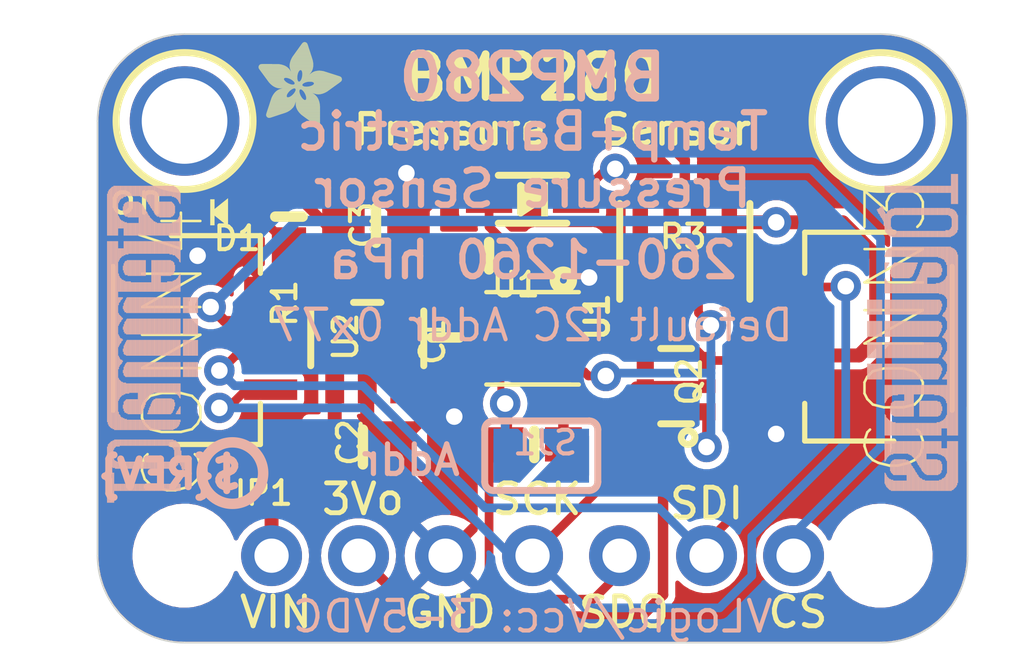
<source format=kicad_pcb>
(kicad_pcb (version 20221018) (generator pcbnew)
  (layers (0 "F.Cu" signal) (31 "B.Cu" signal) (34 "B.Paste" user) (35 "F.Paste" user) (36 "B.SilkS" user "B.Silkscreen") (37 "F.SilkS" user "F.Silkscreen") (38 "B.Mask" user) (39 "F.Mask" user) (44 "Edge.Cuts" user))
  (net 0 "")
  (net 1 "GND")
  (net 2 "3.3V")
  (net 3 "VCC")
  (net 4 "N$1")
  (net 5 "SDI_3V")
  (net 6 "SCK_3V")
  (net 7 "CS_3V")
  (net 8 "SDO/ADR")
  (net 9 "SDI/SDA")
  (net 10 "SCK/SCL")
  (net 11 "CS")
  (footprint "working:SOT23-5" (layer "F.Cu") (at 143.6751 105.0036)
    (fp_text reference "U2" (at -0.635 -0.816 90) (layer "F.SilkS") (effects (font (size 0.692831 0.692831) (thickness 0.119969)) (justify right)))
    (fp_text value "AP2112K-3.3")
    (pad "1" smd rect (at -0.95 1.3001) (size 0.55 1.2) (layers "F.Cu" "F.Paste" "F.Mask") (net 3 "VCC"))
    (pad "2" smd rect (at 0 1.3001) (size 0.55 1.2) (layers "F.Cu" "F.Paste" "F.Mask") (net 1 "GND"))
    (pad "3" smd rect (at 0.95 1.3001) (size 0.55 1.2) (layers "F.Cu" "F.Paste" "F.Mask") (net 3 "VCC"))
    (pad "4" smd rect (at 0.95 -1.3001) (size 0.55 1.2) (layers "F.Cu" "F.Paste" "F.Mask"))
    (pad "5" smd rect (at -0.95 -1.3001) (size 0.55 1.2) (layers "F.Cu" "F.Paste" "F.Mask") (net 2 "3.3V"))
  )
  (footprint "working:0603-NO" (layer "F.Cu") (at 148.5519 108.1024)
    (fp_text reference "R4" hide)
    (fp_text value "10K")
    (pad "1" smd rect (at -0.85 0) (size 1.075 1) (layers "F.Cu" "F.Paste" "F.Mask") (net 8 "SDO/ADR"))
    (pad "2" smd rect (at 0.85 0) (size 1.075 1) (layers "F.Cu" "F.Paste" "F.Mask") (net 2 "3.3V"))
  )
  (footprint "" (layer "F.Cu") (at 138.3411 111.3536)
    (fp_text reference "@HOLE0" hide)
    (fp_text value "" (at 0 0) (layer "F.SilkS") (effects (font (size 1.27 1.27))))
    (pad "" np_thru_hole circle (at 0 0) (size 2.54 2.54) (drill 2.54) (layers "*.Cu" "*.Mask"))
  )
  (footprint "working:SOD-323" (layer "F.Cu") (at 148.5011 100.9396 180)
    (fp_text reference "D2" hide)
    (fp_text value "1N4148")
    (pad "A" smd rect (at 1.27 0 180) (size 1.35 0.8) (layers "F.Cu" "F.Paste" "F.Mask") (net 7 "CS_3V"))
    (pad "C" smd rect (at -1.27 0 180) (size 1.35 0.8) (layers "F.Cu" "F.Paste" "F.Mask") (net 11 "CS"))
  )
  (footprint "working:ADAFRUIT_2.5MM" (layer "F.Cu") (at 140.5001 98.7806)
    (fp_text reference "U$4" hide)
    (fp_text value "" hide)
  )
  (footprint "working:BMX280_COMBO" (layer "F.Cu") (at 148.5011 105.0036)
    (fp_text reference "U1" (at -1.26 -1.568) (layer "F.SilkS") (effects (font (size 0.692831 0.692831) (thickness 0.119969)) (justify left)))
    (fp_text value "")
    (fp_text user "${REFERENCE}" (at 1.498 -1.39 90) (layer "F.SilkS") (effects (font (size 0.666496 0.666496) (thickness 0.146304)) (justify right top)))
    (pad "1" smd rect (at 0.925 -0.975) (size 0.725 0.35) (layers "F.Cu" "F.Paste" "F.Mask") (net 1 "GND"))
    (pad "2" smd rect (at 0.925 -0.325) (size 0.725 0.35) (layers "F.Cu" "F.Paste" "F.Mask") (net 7 "CS_3V"))
    (pad "3" smd rect (at 0.925 0.325) (size 0.725 0.35) (layers "F.Cu" "F.Paste" "F.Mask") (net 5 "SDI_3V"))
    (pad "4" smd rect (at 0.925 0.975) (size 0.725 0.35) (layers "F.Cu" "F.Paste" "F.Mask") (net 6 "SCK_3V"))
    (pad "5" smd rect (at -0.925 0.975) (size 0.725 0.35) (layers "F.Cu" "F.Paste" "F.Mask") (net 8 "SDO/ADR"))
    (pad "6" smd rect (at -0.925 0.325) (size 0.725 0.35) (layers "F.Cu" "F.Paste" "F.Mask") (net 2 "3.3V"))
    (pad "7" smd rect (at -0.925 -0.325) (size 0.725 0.35) (layers "F.Cu" "F.Paste" "F.Mask") (net 1 "GND"))
    (pad "8" smd rect (at -0.925 -0.975) (size 0.725 0.35) (layers "F.Cu" "F.Paste" "F.Mask") (net 2 "3.3V"))
  )
  (footprint "working:0805-NO" (layer "F.Cu") (at 143.9291 101.7016)
    (fp_text reference "C3" (at -0.381 -0.762 90) (layer "F.SilkS") (effects (font (size 0.692831 0.692831) (thickness 0.119969)) (justify right)))
    (fp_text value "10uF")
    (pad "1" smd rect (at -0.95 0) (size 1.24 1.5) (layers "F.Cu" "F.Paste" "F.Mask") (net 2 "3.3V"))
    (pad "2" smd rect (at 0.95 0) (size 1.24 1.5) (layers "F.Cu" "F.Paste" "F.Mask") (net 1 "GND"))
  )
  (footprint "" (layer "F.Cu") (at 158.6611 111.3536)
    (fp_text reference "@HOLE1" hide)
    (fp_text value "" (at 0 0) (layer "F.SilkS") (effects (font (size 1.27 1.27))))
    (pad "" np_thru_hole circle (at 0 0) (size 2.54 2.54) (drill 2.54) (layers "*.Cu" "*.Mask"))
  )
  (footprint "working:JST_SH4" (layer "F.Cu") (at 158.6611 105.0036 90)
    (fp_text reference "CONN3" (at -4.092 0.45 90) (layer "F.SilkS") (effects (font (size 1.703222 1.703222) (thickness 0.074778)) (justify left)))
    (fp_text value "STEMMA_I2C_QT" hide)
    (pad "1" smd rect (at -1.5 -2.514 180) (size 1.55 0.6) (layers "F.Cu" "F.Paste" "F.Mask") (net 1 "GND"))
    (pad "2" smd rect (at -0.5 -2.514 180) (size 1.55 0.6) (layers "F.Cu" "F.Paste" "F.Mask") (net 3 "VCC"))
    (pad "3" smd rect (at 0.5 -2.514 180) (size 1.55 0.6) (layers "F.Cu" "F.Paste" "F.Mask") (net 9 "SDI/SDA"))
    (pad "4" smd rect (at 1.5 -2.514 180) (size 1.55 0.6) (layers "F.Cu" "F.Paste" "F.Mask") (net 10 "SCK/SCL"))
    (pad "MT1" smd rect (at -2.8 1.386 180) (size 1.8 1.2) (layers "F.Cu" "F.Paste" "F.Mask"))
    (pad "MT2" smd rect (at 2.8 1.386 180) (size 1.8 1.2) (layers "F.Cu" "F.Paste" "F.Mask"))
  )
  (footprint "working:JST_SH4" (layer "F.Cu") (at 138.3411 105.0036 -90)
    (fp_text reference "CONN4" (at -3.965 0.323 90) (layer "F.SilkS") (effects (font (size 1.703222 1.703222) (thickness 0.074778)) (justify right)))
    (fp_text value "STEMMA_I2C_QT" hide)
    (pad "1" smd rect (at -1.5 -2.514) (size 1.55 0.6) (layers "F.Cu" "F.Paste" "F.Mask") (net 1 "GND"))
    (pad "2" smd rect (at -0.5 -2.514) (size 1.55 0.6) (layers "F.Cu" "F.Paste" "F.Mask") (net 3 "VCC"))
    (pad "3" smd rect (at 0.5 -2.514) (size 1.55 0.6) (layers "F.Cu" "F.Paste" "F.Mask") (net 9 "SDI/SDA"))
    (pad "4" smd rect (at 1.5 -2.514) (size 1.55 0.6) (layers "F.Cu" "F.Paste" "F.Mask") (net 10 "SCK/SCL"))
    (pad "MT1" smd rect (at -2.8 1.386) (size 1.8 1.2) (layers "F.Cu" "F.Paste" "F.Mask"))
    (pad "MT2" smd rect (at 2.8 1.386) (size 1.8 1.2) (layers "F.Cu" "F.Paste" "F.Mask"))
  )
  (footprint "working:FIDUCIAL_1MM" (layer "F.Cu") (at 136.8171 109.5121)
    (fp_text reference "FID3" hide)
    (fp_text value "FIDUCIAL_1MM" hide)
    (pad "1" smd roundrect (at 0 0) (size 1 1) (layers "F.Cu" "F.Mask") (roundrect_rratio 0.5))
  )
  (footprint "working:1X07_ROUND_70" (layer "F.Cu") (at 148.5011 111.3536)
    (fp_text reference "JP1" (at -8.9662 -1.8288) (layer "F.SilkS") (effects (font (size 0.692831 0.692831) (thickness 0.119969)) (justify left)))
    (fp_text value "")
    (pad "1" thru_hole circle (at -7.62 0 90) (size 1.778 1.778) (drill 1) (layers "*.Cu" "*.Mask") (net 3 "VCC"))
    (pad "2" thru_hole circle (at -5.08 0 90) (size 1.778 1.778) (drill 1) (layers "*.Cu" "*.Mask") (net 2 "3.3V"))
    (pad "3" thru_hole circle (at -2.54 0 90) (size 1.778 1.778) (drill 1) (layers "*.Cu" "*.Mask") (net 1 "GND"))
    (pad "4" thru_hole circle (at 0 0 90) (size 1.778 1.778) (drill 1) (layers "*.Cu" "*.Mask") (net 10 "SCK/SCL"))
    (pad "5" thru_hole circle (at 2.54 0 90) (size 1.778 1.778) (drill 1) (layers "*.Cu" "*.Mask") (net 8 "SDO/ADR"))
    (pad "6" thru_hole circle (at 5.08 0 90) (size 1.778 1.778) (drill 1) (layers "*.Cu" "*.Mask") (net 9 "SDI/SDA"))
    (pad "7" thru_hole circle (at 7.62 0 90) (size 1.778 1.778) (drill 1) (layers "*.Cu" "*.Mask") (net 11 "CS"))
  )
  (footprint "working:SOT363" (layer "F.Cu") (at 152.6921 106.4006 90)
    (fp_text reference "Q2" (at -0.635 0.381 90) (layer "F.SilkS") (effects (font (size 0.692831 0.692831) (thickness 0.119969)) (justify left)))
    (fp_text value "BSS138")
    (pad "1" smd rect (at -0.75 0.9 90) (size 0.5 0.5) (layers "F.Cu" "F.Paste" "F.Mask") (net 6 "SCK_3V"))
    (pad "2" smd rect (at 0 0.9 90) (size 0.4 0.5) (layers "F.Cu" "F.Paste" "F.Mask") (net 2 "3.3V"))
    (pad "3" smd rect (at 0.75 0.9 90) (size 0.5 0.5) (layers "F.Cu" "F.Paste" "F.Mask") (net 9 "SDI/SDA"))
    (pad "4" smd rect (at 0.75 -0.9 90) (size 0.5 0.5) (layers "F.Cu" "F.Paste" "F.Mask") (net 5 "SDI_3V"))
    (pad "5" smd rect (at 0 -0.9 90) (size 0.4 0.5) (layers "F.Cu" "F.Paste" "F.Mask") (net 2 "3.3V"))
    (pad "6" smd rect (at -0.75 -0.9 90) (size 0.5 0.5) (layers "F.Cu" "F.Paste" "F.Mask") (net 10 "SCK/SCL"))
  )
  (footprint "working:MOUNTINGHOLE_2.5_PLATED" (layer "F.Cu") (at 138.3411 98.6536)
    (fp_text reference "U$1" hide)
    (fp_text value "MOUNTINGHOLE2.5" hide)
    (pad "P$1" thru_hole circle (at 0 0) (size 3.2 3.2) (drill 2.5) (layers "*.Cu" "*.Mask"))
    (zone (net 0) (net_name "") (layer "F.Cu") (connect_pads (clearance 0)) (min_thickness 0.25)
      (keepout (tracks not_allowed) (vias not_allowed) (pads not_allowed) (copperpour not_allowed) (footprints allowed))
      (fill (thermal_gap 0.5) (thermal_bridge_width 0.5))
      (polygon (pts (xy 140.3571 98.6536) (xy 140.33748 98.373027) (xy 140.279004 98.097915) (xy 140.182808 97.833619) (xy 140.050765 97.585283) (xy 139.885446 97.35774) (xy 139.690067 97.15542) (xy 139.468433 96.98226) (xy 139.224856 96.841631) (xy 138.964078 96.73627) (xy 138.691175 96.668228) (xy 138.411457 96.638828) (xy 138.130371 96.648644) (xy 137.853385 96.697484) (xy 137.585893 96.784397) (xy 137.3331 96.907693) (xy 137.099926 97.06497) (xy 136.890911 97.253169) (xy 136.710122 97.468625) (xy 136.561078 97.707145) (xy 136.44668 97.964087) (xy 136.369154 98.23445) (xy 136.330011 98.512971) (xy 136.330011 98.794229) (xy 136.369154 99.07275) (xy 136.44668 99.343113) (xy 136.561078 99.600055) (xy 136.710122 99.838575) (xy 136.890911 100.054031) (xy 137.099926 100.24223) (xy 137.3331 100.399507) (xy 137.585893 100.522803) (xy 137.853385 100.609716) (xy 138.130371 100.658556) (xy 138.411457 100.668372) (xy 138.691175 100.638972) (xy 138.964078 100.57093) (xy 139.224856 100.465569) (xy 139.468433 100.32494) (xy 139.690067 100.15178) (xy 139.885446 99.94946) (xy 140.050765 99.721917) (xy 140.182808 99.473581) (xy 140.279004 99.209285) (xy 140.33748 98.934173)))
      (polygon (pts (xy 138.3251 98.6536) (xy 138.329786 98.664914) (xy 138.3411 98.6696) (xy 138.352414 98.664914) (xy 138.3571 98.6536) (xy 138.352414 98.642286) (xy 138.3411 98.6376) (xy 138.329786 98.642286)))
    )
    (zone (net 0) (net_name "") (layer "B.Cu") (connect_pads (clearance 0)) (min_thickness 0.25)
      (keepout (tracks not_allowed) (vias not_allowed) (pads not_allowed) (copperpour not_allowed) (footprints allowed))
      (fill (thermal_gap 0.5) (thermal_bridge_width 0.5))
      (polygon (pts (xy 140.3571 98.6536) (xy 140.33748 98.373027) (xy 140.279004 98.097915) (xy 140.182808 97.833619) (xy 140.050765 97.585283) (xy 139.885446 97.35774) (xy 139.690067 97.15542) (xy 139.468433 96.98226) (xy 139.224856 96.841631) (xy 138.964078 96.73627) (xy 138.691175 96.668228) (xy 138.411457 96.638828) (xy 138.130371 96.648644) (xy 137.853385 96.697484) (xy 137.585893 96.784397) (xy 137.3331 96.907693) (xy 137.099926 97.06497) (xy 136.890911 97.253169) (xy 136.710122 97.468625) (xy 136.561078 97.707145) (xy 136.44668 97.964087) (xy 136.369154 98.23445) (xy 136.330011 98.512971) (xy 136.330011 98.794229) (xy 136.369154 99.07275) (xy 136.44668 99.343113) (xy 136.561078 99.600055) (xy 136.710122 99.838575) (xy 136.890911 100.054031) (xy 137.099926 100.24223) (xy 137.3331 100.399507) (xy 137.585893 100.522803) (xy 137.853385 100.609716) (xy 138.130371 100.658556) (xy 138.411457 100.668372) (xy 138.691175 100.638972) (xy 138.964078 100.57093) (xy 139.224856 100.465569) (xy 139.468433 100.32494) (xy 139.690067 100.15178) (xy 139.885446 99.94946) (xy 140.050765 99.721917) (xy 140.182808 99.473581) (xy 140.279004 99.209285) (xy 140.33748 98.934173)))
      (polygon (pts (xy 138.3251 98.6536) (xy 138.329786 98.664914) (xy 138.3411 98.6696) (xy 138.352414 98.664914) (xy 138.3571 98.6536) (xy 138.352414 98.642286) (xy 138.3411 98.6376) (xy 138.329786 98.642286)))
    )
  )
  (footprint "working:0603-NO" (layer "F.Cu") (at 147.2311 102.5906 180)
    (fp_text reference "R5" hide)
    (fp_text value "10K")
    (pad "1" smd rect (at -0.85 0 180) (size 1.075 1) (layers "F.Cu" "F.Paste" "F.Mask") (net 7 "CS_3V"))
    (pad "2" smd rect (at 0.85 0 180) (size 1.075 1) (layers "F.Cu" "F.Paste" "F.Mask") (net 2 "3.3V"))
  )
  (footprint "working:CHIPLED_0603_NOOUTLINE" (layer "F.Cu") (at 139.3571 101.3206 90)
    (fp_text reference "D1" (at -0.762 1.27) (layer "F.SilkS") (effects (font (size 0.692831 0.692831) (thickness 0.119969)) (justify right)))
    (fp_text value "GREEN")
    (pad "A" smd rect (at 0 0.75 90) (size 0.8 0.8) (layers "F.Cu" "F.Paste" "F.Mask") (net 4 "N$1"))
    (pad "C" smd rect (at 0 -0.75 90) (size 0.8 0.8) (layers "F.Cu" "F.Paste" "F.Mask") (net 1 "GND"))
  )
  (footprint "working:0805-NO" (layer "F.Cu") (at 143.5481 108.1786)
    (fp_text reference "C2" (at -0.381 -0.889 90) (layer "F.SilkS") (effects (font (size 0.692831 0.692831) (thickness 0.119969)) (justify right)))
    (fp_text value "10uF")
    (pad "1" smd rect (at -0.95 0) (size 1.24 1.5) (layers "F.Cu" "F.Paste" "F.Mask") (net 3 "VCC"))
    (pad "2" smd rect (at 0.95 0) (size 1.24 1.5) (layers "F.Cu" "F.Paste" "F.Mask") (net 1 "GND"))
  )
  (footprint "working:MOUNTINGHOLE_2.5_PLATED" (layer "F.Cu") (at 158.6611 98.6536)
    (fp_text reference "U$17" hide)
    (fp_text value "MOUNTINGHOLE2.5" hide)
    (pad "P$1" thru_hole circle (at 0 0) (size 3.2 3.2) (drill 2.5) (layers "*.Cu" "*.Mask"))
    (zone (net 0) (net_name "") (layer "F.Cu") (connect_pads (clearance 0)) (min_thickness 0.25)
      (keepout (tracks not_allowed) (vias not_allowed) (pads not_allowed) (copperpour not_allowed) (footprints allowed))
      (fill (thermal_gap 0.5) (thermal_bridge_width 0.5))
      (polygon (pts (xy 160.6771 98.6536) (xy 160.65748 98.373027) (xy 160.599004 98.097915) (xy 160.502808 97.833619) (xy 160.370765 97.585283) (xy 160.205446 97.35774) (xy 160.010067 97.15542) (xy 159.788433 96.98226) (xy 159.544856 96.841631) (xy 159.284078 96.73627) (xy 159.011175 96.668228) (xy 158.731457 96.638828) (xy 158.450371 96.648644) (xy 158.173385 96.697484) (xy 157.905893 96.784397) (xy 157.6531 96.907693) (xy 157.419926 97.06497) (xy 157.210911 97.253169) (xy 157.030122 97.468625) (xy 156.881078 97.707145) (xy 156.76668 97.964087) (xy 156.689154 98.23445) (xy 156.650011 98.512971) (xy 156.650011 98.794229) (xy 156.689154 99.07275) (xy 156.76668 99.343113) (xy 156.881078 99.600055) (xy 157.030122 99.838575) (xy 157.210911 100.054031) (xy 157.419926 100.24223) (xy 157.6531 100.399507) (xy 157.905893 100.522803) (xy 158.173385 100.609716) (xy 158.450371 100.658556) (xy 158.731457 100.668372) (xy 159.011175 100.638972) (xy 159.284078 100.57093) (xy 159.544856 100.465569) (xy 159.788433 100.32494) (xy 160.010067 100.15178) (xy 160.205446 99.94946) (xy 160.370765 99.721917) (xy 160.502808 99.473581) (xy 160.599004 99.209285) (xy 160.65748 98.934173)))
      (polygon (pts (xy 158.6451 98.6536) (xy 158.649786 98.664914) (xy 158.6611 98.6696) (xy 158.672414 98.664914) (xy 158.6771 98.6536) (xy 158.672414 98.642286) (xy 158.6611 98.6376) (xy 158.649786 98.642286)))
    )
    (zone (net 0) (net_name "") (layer "B.Cu") (connect_pads (clearance 0)) (min_thickness 0.25)
      (keepout (tracks not_allowed) (vias not_allowed) (pads not_allowed) (copperpour not_allowed) (footprints allowed))
      (fill (thermal_gap 0.5) (thermal_bridge_width 0.5))
      (polygon (pts (xy 160.6771 98.6536) (xy 160.65748 98.373027) (xy 160.599004 98.097915) (xy 160.502808 97.833619) (xy 160.370765 97.585283) (xy 160.205446 97.35774) (xy 160.010067 97.15542) (xy 159.788433 96.98226) (xy 159.544856 96.841631) (xy 159.284078 96.73627) (xy 159.011175 96.668228) (xy 158.731457 96.638828) (xy 158.450371 96.648644) (xy 158.173385 96.697484) (xy 157.905893 96.784397) (xy 157.6531 96.907693) (xy 157.419926 97.06497) (xy 157.210911 97.253169) (xy 157.030122 97.468625) (xy 156.881078 97.707145) (xy 156.76668 97.964087) (xy 156.689154 98.23445) (xy 156.650011 98.512971) (xy 156.650011 98.794229) (xy 156.689154 99.07275) (xy 156.76668 99.343113) (xy 156.881078 99.600055) (xy 157.030122 99.838575) (xy 157.210911 100.054031) (xy 157.419926 100.24223) (xy 157.6531 100.399507) (xy 157.905893 100.522803) (xy 158.173385 100.609716) (xy 158.450371 100.658556) (xy 158.731457 100.668372) (xy 159.011175 100.638972) (xy 159.284078 100.57093) (xy 159.544856 100.465569) (xy 159.788433 100.32494) (xy 160.010067 100.15178) (xy 160.205446 99.94946) (xy 160.370765 99.721917) (xy 160.502808 99.473581) (xy 160.599004 99.209285) (xy 160.65748 98.934173)))
      (polygon (pts (xy 158.6451 98.6536) (xy 158.649786 98.664914) (xy 158.6611 98.6696) (xy 158.672414 98.664914) (xy 158.6771 98.6536) (xy 158.672414 98.642286) (xy 158.6611 98.6376) (xy 158.649786 98.642286)))
    )
  )
  (footprint "working:0603-NO" (layer "F.Cu") (at 141.3891 101.4476 -90)
    (fp_text reference "R1" (at 1.778 0.127 90) (layer "F.SilkS") (effects (font (size 0.692831 0.692831) (thickness 0.119969)) (justify right)))
    (fp_text value "10K")
    (pad "1" smd rect (at -0.85 0 270) (size 1.075 1) (layers "F.Cu" "F.Paste" "F.Mask") (net 2 "3.3V"))
    (pad "2" smd rect (at 0.85 0 270) (size 1.075 1) (layers "F.Cu" "F.Paste" "F.Mask") (net 4 "N$1"))
  )
  (footprint "working:RESPACK_4X0603" (layer "F.Cu") (at 152.9461 102.4636 180)
    (fp_text reference "R3" (at -0.711 0.432) (layer "F.SilkS") (effects (font (size 0.692831 0.692831) (thickness 0.119969)) (justify right)))
    (fp_text value "10K")
    (pad "1" smd rect (at -1.3 0.85 180) (size 0.45 0.9) (layers "F.Cu" "F.Paste" "F.Mask") (net 3 "VCC"))
    (pad "2" smd rect (at -0.4 0.85 180) (size 0.45 0.9) (layers "F.Cu" "F.Paste" "F.Mask") (net 2 "3.3V"))
    (pad "3" smd rect (at 0.4 0.85 180) (size 0.45 0.9) (layers "F.Cu" "F.Paste" "F.Mask") (net 3 "VCC"))
    (pad "4" smd rect (at 1.3 0.85 180) (size 0.45 0.9) (layers "F.Cu" "F.Paste" "F.Mask") (net 2 "3.3V"))
    (pad "5" smd rect (at 1.3 -0.85 180) (size 0.45 0.9) (layers "F.Cu" "F.Paste" "F.Mask") (net 5 "SDI_3V"))
    (pad "6" smd rect (at 0.4 -0.85 180) (size 0.45 0.9) (layers "F.Cu" "F.Paste" "F.Mask") (net 9 "SDI/SDA"))
    (pad "7" smd rect (at -0.4 -0.85 180) (size 0.45 0.9) (layers "F.Cu" "F.Paste" "F.Mask") (net 6 "SCK_3V"))
    (pad "8" smd rect (at -1.3 -0.85 180) (size 0.45 0.9) (layers "F.Cu" "F.Paste" "F.Mask") (net 10 "SCK/SCL"))
  )
  (footprint "working:0603-NO" (layer "F.Cu") (at 145.9611 104.9782 -90)
    (fp_text reference "C1" (at -0.635 0.381 90) (layer "F.SilkS") (effects (font (size 0.692831 0.692831) (thickness 0.119969)) (justify right)))
    (fp_text value "0.1uF")
    (pad "1" smd rect (at -0.85 0 270) (size 1.075 1) (layers "F.Cu" "F.Paste" "F.Mask") (net 2 "3.3V"))
    (pad "2" smd rect (at 0.85 0 270) (size 1.075 1) (layers "F.Cu" "F.Paste" "F.Mask") (net 1 "GND"))
  )
  (footprint "working:FIDUCIAL_1MM" (layer "F.Cu") (at 155.4861 97.5995)
    (fp_text reference "FID4" hide)
    (fp_text value "FIDUCIAL_1MM" hide)
    (pad "1" smd roundrect (at 0 0) (size 1 1) (layers "F.Cu" "F.Mask") (roundrect_rratio 0.5))
  )
  (footprint "working:STEMMAQT" (layer "B.Cu") (at 158.2801 109.4486 90)
    (fp_text reference "U$30" hide)
    (fp_text value "" hide)
  )
  (footprint "working:STEMMAQT" (layer "B.Cu") (at 138.7221 100.5586 -90)
    (fp_text reference "U$31" hide)
    (fp_text value "" hide)
  )
  (footprint "working:PCBFEAT-REV-040" (layer "B.Cu") (at 139.7381 108.9406 180)
    (fp_text reference "U$25" hide)
    (fp_text value "" hide)
    (fp_text user "${REV}" (at -0.3556 -0.508) (layer "B.SilkS") (effects (font (size 0.8128 0.8128) (thickness 0.2032)) (justify left bottom mirror)))
  )
  (footprint "working:SOLDERJUMPER_ARROW_NOPASTE" (layer "B.Cu") (at 148.7551 108.4326)
    (fp_text reference "SJ1" (at -0.889 -0.381) (layer "B.SilkS") (effects (font (size 0.692831 0.692831) (thickness 0.119969)) (justify right mirror)))
    (fp_text value "")
    (fp_poly (pts (xy 0.106121 -0.002663) (xy -0.679416 -0.7882) (xy -1.3946 -0.7882) (xy -1.3946 0.7882) (xy -0.62715 0.7882)) (fill solid) (layer "B.Cu"))
    (fp_poly (pts (xy 1.3946 -0.7882) (xy -0.315893 -0.7882) (xy 0.443148 0) (xy -0.315893 0.7882) (xy 1.3946 0.7882)) (fill solid) (layer "B.Cu"))
    (pad "1" smd roundrect (at -1.016 0) (size 0.762 1.524) (layers "B.Cu") (net 8 "SDO/ADR"))
    (pad "2" smd roundrect (at 1.016 0) (size 0.762 1.524) (layers "B.Cu") (net 1 "GND"))
  )
  (gr_arc (start 138.3411 113.8936) (mid 136.545049 113.149651) (end 135.8011 111.3536) (stroke (width 0.05)) (layer "Edge.Cuts"))
  (gr_arc (start 158.6611 96.1136) (mid 160.457151 96.857549) (end 161.2011 98.6536) (stroke (width 0.05)) (layer "Edge.Cuts"))
  (gr_line (start 161.2011 111.3536) (end 161.2011 98.6536) (stroke (width 0.05)) (layer "Edge.Cuts"))
  (gr_line (start 138.3411 113.8936) (end 158.6611 113.8936) (stroke (width 0.05)) (layer "Edge.Cuts"))
  (gr_arc (start 161.2011 111.3536) (mid 160.457151 113.149651) (end 158.6611 113.8936) (stroke (width 0.05)) (layer "Edge.Cuts"))
  (gr_line (start 158.6611 96.1136) (end 138.3411 96.1136) (stroke (width 0.05)) (layer "Edge.Cuts"))
  (gr_line (start 135.8011 98.6536) (end 135.8011 111.3536) (stroke (width 0.05)) (layer "Edge.Cuts"))
  (gr_arc (start 135.8011 98.6536) (mid 136.545049 96.857549) (end 138.3411 96.1136) (stroke (width 0.05)) (layer "Edge.Cuts"))
  (gr_text "260-1260 hPa" (at 148.5011 102.7176) (layer "B.SilkS") (effects (font (size 1.03632 1.03632) (thickness 0.18288)) (justify mirror)))
  (gr_text "VLogic/Vcc: 3-5VDC" (at 148.5011 113.1316) (layer "B.SilkS") (effects (font (size 0.89408 0.89408) (thickness 0.12192)) (justify mirror)))
  (gr_text "Addr" (at 144.9451 108.5596) (layer "B.SilkS") (effects (font (size 0.8636 0.8636) (thickness 0.1524)) (justify mirror)))
  (gr_text "Default I2C Addr 0x77" (at 148.5011 104.6226) (layer "B.SilkS") (effects (font (size 0.89408 0.89408) (thickness 0.12192)) (justify mirror)))
  (gr_text "Temp+Barometric\nPressure Sensor" (at 148.5011 99.7966) (layer "B.SilkS") (effects (font (size 1.03632 1.03632) (thickness 0.18288)) (justify mirror)))
  (gr_text "BMP280" (at 148.5011 97.3836) (layer "B.SilkS") (effects (font (size 1.2954 1.2954) (thickness 0.2286)) (justify mirror)))
  (gr_text "3Vo" (at 143.5481 109.7026) (layer "F.SilkS") (effects (font (size 0.87376 0.87376) (thickness 0.14224))))
  (gr_text "SCK" (at 148.6281 109.7026) (layer "F.SilkS") (effects (font (size 0.87376 0.87376) (thickness 0.14224))))
  (gr_text "on" (at 136.0551 101.4476) (layer "F.SilkS") (effects (font (size 0.89408 0.89408) (thickness 0.12192)) (justify left bottom)))
  (gr_text "Pressure" (at 146.0881 98.9076) (layer "F.SilkS") (effects (font (size 0.8636 0.8636) (thickness 0.1524))))
  (gr_text "VIN" (at 141.0081 113.0046) (layer "F.SilkS") (effects (font (size 0.87376 0.87376) (thickness 0.14224))))
  (gr_text "BMP280" (at 148.5011 97.3836) (layer "F.SilkS") (effects (font (size 1.25222 1.25222) (thickness 0.22098))))
  (gr_text "CS" (at 156.2481 113.0046) (layer "F.SilkS") (effects (font (size 0.87376 0.87376) (thickness 0.14224))))
  (gr_text "SDI" (at 153.5811 109.8296) (layer "F.SilkS") (effects (font (size 0.87376 0.87376) (thickness 0.14224))))
  (gr_text "SDO" (at 151.1681 113.0046) (layer "F.SilkS") (effects (font (size 0.87376 0.87376) (thickness 0.14224))))
  (gr_text "GND" (at 146.0881 113.0046) (layer "F.SilkS") (effects (font (size 0.87376 0.87376) (thickness 0.14224))))
  (gr_text "Sensor" (at 152.6921 98.9076) (layer "F.SilkS") (effects (font (size 0.8636 0.8636) (thickness 0.1524))))
  (segment (start 143.6751 107.3556) (end 144.4981 108.1786) (width 0.4064) (layer "F.Cu") (net 1))
  (segment (start 143.6751 106.3037) (end 143.6751 107.3556) (width 0.4064) (layer "F.Cu") (net 1))
  (via (at 155.6131 107.7976) (size 0.889) (drill 0.4826) (layers "F.Cu" "B.Cu") (net 1))
  (via (at 138.7221 102.5906) (size 0.889) (drill 0.4826) (layers "F.Cu" "B.Cu") (net 1))
  (via (at 150.1521 103.2256) (size 0.889) (drill 0.4826) (layers "F.Cu" "B.Cu") (net 1))
  (via (at 144.8181 100.1776) (size 0.889) (drill 0.4826) (layers "F.Cu" "B.Cu") (net 1))
  (via (at 146.2151 107.2896) (size 0.889) (drill 0.4826) (layers "F.Cu" "B.Cu") (net 1))
  (segment (start 148.5011 105.6386) (end 148.5011 106.3126) (width 0.3048) (layer "F.Cu") (net 2))
  (segment (start 142.9131 98.3996) (end 151.5491 98.3996) (width 0.3048) (layer "F.Cu") (net 2))
  (segment (start 141.3891 99.9236) (end 142.9131 98.3996) (width 0.3048) (layer "F.Cu") (net 2))
  (segment (start 152.5651 108.8136) (end 152.5651 106.4006) (width 0.3048) (layer "F.Cu") (net 2))
  (segment (start 141.3891 100.5976) (end 141.3891 99.9236) (width 0.3048) (layer "F.Cu") (net 2))
  (segment (start 149.4527 107.1626) (end 150.777206 107.1626) (width 0.3048) (layer "F.Cu") (net 2))
  (segment (start 141.3891 100.5976) (end 142.4931 101.7016) (width 0.3048) (layer "F.Cu") (net 2))
  (segment (start 151.5491 98.3996) (end 152.9461 99.7966) (width 0.3048) (layer "F.Cu") (net 2))
  (segment (start 142.7251 103.7035) (end 142.7251 101.9556) (width 0.4064) (layer "F.Cu") (net 2))
  (segment (start 142.4931 101.7016) (end 142.9791 101.7016) (width 0.3048) (layer "F.Cu") (net 2))
  (segment (start 147.0481 105.3286) (end 147.5761 105.3286) (width 0.3048) (layer "F.Cu") (net 2))
  (segment (start 152.9461 99.7966) (end 152.9461 100.6856) (width 0.3048) (layer "F.Cu") (net 2))
  (segment (start 151.7921 106.4006) (end 152.5651 106.4006) (width 0.3048) (layer "F.Cu") (net 2))
  (segment (start 145.7071 104.1282) (end 145.1762 104.6591) (width 0.3048) (layer "F.Cu") (net 2))
  (segment (start 145.9611 103.3526) (end 146.3811 102.9326) (width 0.4064) (layer "F.Cu") (net 2))
  (segment (start 146.7231 105.0036) (end 147.0481 105.3286) (width 0.3048) (layer "F.Cu") (net 2))
  (segment (start 145.9611 104.1282) (end 145.9611 103.3526) (width 0.4064) (layer "F.Cu") (net 2))
  (segment (start 149.4019 108.1024) (end 149.4019 107.2134) (width 0.3048) (layer "F.Cu") (net 2))
  (segment (start 151.6761 113.1316) (end 152.3111 112.4966) (width 0.3048) (layer "F.Cu") (net 2))
  (segment (start 153.3461 101.6136) (end 153.3461 101.0856) (width 0.3048) (layer "F.Cu") (net 2))
  (segment (start 143.6807 104.6591) (end 145.1762 104.6591) (width 0.3048) (layer "F.Cu") (net 2))
  (segment (start 152.3111 109.0676) (end 152.5651 108.8136) (width 0.3048) (layer "F.Cu") (net 2))
  (segment (start 149.4019 107.2134) (end 149.4527 107.1626) (width 0.3048) (layer "F.Cu") (net 2))
  (segment (start 145.1991 113.1316) (end 151.6761 113.1316) (width 0.3048) (layer "F.Cu") (net 2))
  (segment (start 151.7921 106.4006) (end 151.7747 106.418) (width 0.3048) (layer "F.Cu") (net 2))
  (segment (start 153.3461 101.0856) (end 152.9461 100.6856) (width 0.3048) (layer "F.Cu") (net 2))
  (segment (start 148.5011 105.6386) (end 148.1911 105.3286) (width 0.3048) (layer "F.Cu") (net 2))
  (segment (start 146.7231 104.3686) (end 146.4827 104.1282) (width 0.3048) (layer "F.Cu") (net 2))
  (segment (start 152.5651 106.4006) (end 153.5921 106.4006) (width 0.3048) (layer "F.Cu") (net 2))
  (segment (start 148.1911 105.3286) (end 147.5761 105.3286) (width 0.3048) (layer "F.Cu") (net 2))
  (segment (start 151.9301 100.6856) (end 151.6461 100.9696) (width 0.3048) (layer "F.Cu") (net 2))
  (segment (start 146.7231 105.0036) (end 146.7231 104.3686) (width 0.3048) (layer "F.Cu") (net 2))
  (segment (start 142.7251 101.9556) (end 142.9791 101.7016) (width 0.4064) (layer "F.Cu") (net 2))
  (segment (start 147.5761 104.0286) (end 146.0607 104.0286) (width 0.3048) (layer "F.Cu") (net 2))
  (segment (start 151.7747 106.418) (end 151.521806 106.418) (width 0.3048) (layer "F.Cu") (net 2))
  (segment (start 142.7251 103.7035) (end 143.6807 104.6591) (width 0.3048) (layer "F.Cu") (net 2))
  (segment (start 143.4211 111.3536) (end 145.1991 113.1316) (width 0.3048) (layer "F.Cu") (net 2))
  (segment (start 151.521806 106.418) (end 150.777206 107.1626) (width 0.3048) (layer "F.Cu") (net 2))
  (segment (start 145.7071 104.1282) (end 145.9611 104.1282) (width 0.3048) (layer "F.Cu") (net 2))
  (segment (start 151.6461 100.9696) (end 151.6461 101.6136) (width 0.3048) (layer "F.Cu") (net 2))
  (segment (start 152.9461 100.6856) (end 151.9301 100.6856) (width 0.3048) (layer "F.Cu") (net 2))
  (segment (start 146.0607 104.0286) (end 145.9611 104.1282) (width 0.3048) (layer "F.Cu") (net 2))
  (segment (start 146.3811 102.9326) (end 146.3811 102.5906) (width 0.4064) (layer "F.Cu") (net 2))
  (segment (start 152.3111 112.4966) (end 152.3111 109.0676) (width 0.3048) (layer "F.Cu") (net 2))
  (segment (start 149.4019 107.2134) (end 148.5011 106.3126) (width 0.3048) (layer "F.Cu") (net 2))
  (segment (start 146.4827 104.1282) (end 145.9611 104.1282) (width 0.3048) (layer "F.Cu") (net 2))
  (segment (start 141.9101 104.5036) (end 142.7251 105.3186) (width 0.4064) (layer "F.Cu") (net 3))
  (segment (start 144.6251 106.3037) (end 144.6251 105.4456) (width 0.4064) (layer "F.Cu") (net 3))
  (segment (start 154.2461 102.1796) (end 154.2461 101.6136) (width 0.3048) (layer "F.Cu") (net 3))
  (segment (start 142.7861 105.2576) (end 142.7251 105.3186) (width 0.4064) (layer "F.Cu") (net 3))
  (segment (start 142.7251 105.3186) (end 142.7251 106.3037) (width 0.4064) (layer "F.Cu") (net 3))
  (segment (start 152.5461 101.6136) (end 152.5461 102.1906) (width 0.3048) (layer "F.Cu") (net 3))
  (segment (start 142.7251 108.0516) (end 142.5981 108.1786) (width 0.4064) (layer "F.Cu") (net 3))
  (segment (start 152.5461 102.1906) (end 152.8191 102.4636) (width 0.3048) (layer "F.Cu") (net 3))
  (segment (start 158.0341 105.5036) (end 156.1471 105.5036) (width 0.4064) (layer "F.Cu") (net 3))
  (segment (start 140.8811 109.8956) (end 142.5981 108.1786) (width 0.4064) (layer "F.Cu") (net 3))
  (segment (start 140.8811 111.3536) (end 140.8811 109.8956) (width 0.4064) (layer "F.Cu") (net 3))
  (segment (start 144.6251 105.4456) (end 144.4371 105.2576) (width 0.4064) (layer "F.Cu") (net 3))
  (segment (start 154.2461 101.6136) (end 155.6131 101.6136) (width 0.4064) (layer "F.Cu") (net 3))
  (segment (start 144.4371 105.2576) (end 142.7861 105.2576) (width 0.4064) (layer "F.Cu") (net 3))
  (segment (start 158.5341 105.0036) (end 158.0341 105.5036) (width 0.4064) (layer "F.Cu") (net 3))
  (segment (start 139.5175 104.5036) (end 139.1031 104.0892) (width 0.3048) (layer "F.Cu") (net 3))
  (segment (start 157.5571 101.6136) (end 158.5341 102.5906) (width 0.4064) (layer "F.Cu") (net 3))
  (segment (start 155.6131 101.6136) (end 157.5571 101.6136) (width 0.4064) (layer "F.Cu") (net 3))
  (segment (start 140.8551 104.5036) (end 139.5175 104.5036) (width 0.3048) (layer "F.Cu") (net 3))
  (segment (start 153.9621 102.4636) (end 154.2461 102.1796) (width 0.3048) (layer "F.Cu") (net 3))
  (segment (start 140.8551 104.5036) (end 141.9101 104.5036) (width 0.4064) (layer "F.Cu") (net 3))
  (segment (start 152.8191 102.4636) (end 153.9621 102.4636) (width 0.3048) (layer "F.Cu") (net 3))
  (segment (start 142.7251 106.3037) (end 142.7251 108.0516) (width 0.4064) (layer "F.Cu") (net 3))
  (segment (start 158.5341 102.5906) (end 158.5341 105.0036) (width 0.4064) (layer "F.Cu") (net 3))
  (via (at 155.6131 101.6136) (size 0.889) (drill 0.4826) (layers "F.Cu" "B.Cu") (net 3))
  (via (at 139.1031 104.0892) (size 0.889) (drill 0.4826) (layers "F.Cu" "B.Cu") (net 3))
  (segment (start 141.6177 101.5746) (end 155.6131 101.5746) (width 0.3048) (layer "B.Cu") (net 3))
  (segment (start 139.1031 104.0892) (end 141.6177 101.5746) (width 0.3048) (layer "B.Cu") (net 3))
  (segment (start 155.6131 101.5746) (end 155.6131 101.6136) (width 0.3048) (layer "B.Cu") (net 3))
  (segment (start 140.4121 101.3206) (end 141.3891 102.2976) (width 0.254) (layer "F.Cu") (net 4))
  (segment (start 140.1071 101.3206) (end 140.4121 101.3206) (width 0.254) (layer "F.Cu") (net 4))
  (segment (start 151.2951 105.3286) (end 151.4701 105.3286) (width 0.254) (layer "F.Cu") (net 5))
  (segment (start 151.6461 103.3136) (end 151.6461 104.9776) (width 0.254) (layer "F.Cu") (net 5))
  (segment (start 151.4701 105.3286) (end 151.7921 105.6506) (width 0.254) (layer "F.Cu") (net 5))
  (segment (start 151.6461 104.9776) (end 151.2951 105.3286) (width 0.254) (layer "F.Cu") (net 5))
  (segment (start 149.4261 105.3286) (end 151.2951 105.3286) (width 0.254) (layer "F.Cu") (net 5))
  (segment (start 153.3461 104.2606) (end 153.7081 104.6226) (width 0.254) (layer "F.Cu") (net 6))
  (segment (start 153.5811 108.1786) (end 153.5811 107.1616) (width 0.254) (layer "F.Cu") (net 6))
  (segment (start 150.1324 106.1033) (end 150.6404 106.1033) (width 0.254) (layer "F.Cu") (net 6))
  (segment (start 149.4261 105.9786) (end 150.0077 105.9786) (width 0.254) (layer "F.Cu") (net 6))
  (segment (start 150.0077 105.9786) (end 150.1324 106.1033) (width 0.254) (layer "F.Cu") (net 6))
  (segment (start 153.3461 103.3136) (end 153.3461 104.2606) (width 0.254) (layer "F.Cu") (net 6))
  (segment (start 153.5811 107.1616) (end 153.5921 107.1506) (width 0.254) (layer "F.Cu") (net 6))
  (via (at 150.6404 106.1033) (size 0.889) (drill 0.4826) (layers "F.Cu" "B.Cu") (net 6))
  (via (at 153.5811 108.1786) (size 0.889) (drill 0.4826) (layers "F.Cu" "B.Cu") (net 6))
  (via (at 153.7081 104.6226) (size 0.889) (drill 0.4826) (layers "F.Cu" "B.Cu") (net 6))
  (segment (start 153.7081 108.0516) (end 153.5811 108.1786) (width 0.254) (layer "B.Cu") (net 6))
  (segment (start 153.7081 106.0196) (end 153.7081 108.0516) (width 0.254) (layer "B.Cu") (net 6))
  (segment (start 150.7241 106.0196) (end 153.7081 106.0196) (width 0.254) (layer "B.Cu") (net 6))
  (segment (start 153.7081 104.6226) (end 153.7081 106.0196) (width 0.254) (layer "B.Cu") (net 6))
  (segment (start 150.6404 106.1033) (end 150.7241 106.0196) (width 0.254) (layer "B.Cu") (net 6))
  (segment (start 150.7311 104.6786) (end 149.4261 104.6786) (width 0.254) (layer "F.Cu") (net 7))
  (segment (start 150.2401 102.0826) (end 148.5891 102.0826) (width 0.254) (layer "F.Cu") (net 7))
  (segment (start 148.5891 102.0826) (end 148.0811 102.5906) (width 0.254) (layer "F.Cu") (net 7))
  (segment (start 151.0411 104.3686) (end 151.0411 102.8836) (width 0.254) (layer "F.Cu") (net 7))
  (segment (start 147.2311 100.9396) (end 147.2311 101.7406) (width 0.254) (layer "F.Cu") (net 7))
  (segment (start 151.0411 104.3686) (end 150.7311 104.6786) (width 0.254) (layer "F.Cu") (net 7))
  (segment (start 151.0411 102.8836) (end 150.2401 102.0826) (width 0.254) (layer "F.Cu") (net 7))
  (segment (start 148.0811 102.5906) (end 147.2311 101.7406) (width 0.254) (layer "F.Cu") (net 7))
  (segment (start 147.701 106.9086) (end 147.7011 106.9085) (width 0.254) (layer "F.Cu") (net 8))
  (segment (start 147.7391 112.6236) (end 150.2791 112.6236) (width 0.254) (layer "F.Cu") (net 8))
  (segment (start 147.2311 108.5732) (end 147.2311 112.1156) (width 0.254) (layer "F.Cu") (net 8))
  (segment (start 147.5761 105.9786) (end 147.5761 106.7086) (width 0.2032) (layer "F.Cu") (net 8))
  (segment (start 147.2311 112.1156) (end 147.7391 112.6236) (width 0.254) (layer "F.Cu") (net 8))
  (segment (start 147.7761 106.9086) (end 147.7761 108.0282) (width 0.254) (layer "F.Cu") (net 8))
  (segment (start 147.7761 108.0282) (end 147.7019 108.1024) (width 0.254) (layer "F.Cu") (net 8))
  (segment (start 147.7019 108.1024) (end 147.2311 108.5732) (width 0.254) (layer "F.Cu") (net 8))
  (segment (start 150.2791 112.6236) (end 151.0411 111.8616) (width 0.254) (layer "F.Cu") (net 8))
  (segment (start 151.0411 111.8616) (end 151.0411 111.3536) (width 0.254) (layer "F.Cu") (net 8))
  (segment (start 147.7761 106.9086) (end 147.701 106.9086) (width 0.254) (layer "F.Cu") (net 8))
  (segment (start 147.5761 106.7086) (end 147.7761 106.9086) (width 0.2032) (layer "F.Cu") (net 8))
  (via (at 147.701 106.9086) (size 0.889) (drill 0.4826) (layers "F.Cu" "B.Cu") (net 8))
  (segment (start 147.701 106.9086) (end 147.701 108.3945) (width 0.254) (layer "B.Cu") (net 8))
  (segment (start 147.701 108.3945) (end 147.7391 108.4326) (width 0.254) (layer "B.Cu") (net 8))
  (segment (start 156.1471 104.5036) (end 155.6051 104.5036) (width 0.254) (layer "F.Cu") (net 9))
  (segment (start 140.8551 105.5036) (end 139.8391 105.5036) (width 0.254) (layer "F.Cu") (net 9))
  (segment (start 153.5811 111.3536) (end 153.5811 110.9726) (width 0.254) (layer "F.Cu") (net 9))
  (segment (start 139.8391 105.5036) (end 139.3993 105.9434) (width 0.254) (layer "F.Cu") (net 9))
  (segment (start 152.5461 103.3136) (end 152.5461 104.6046) (width 0.254) (layer "F.Cu") (net 9))
  (segment (start 154.4701 110.0836) (end 154.4701 105.6626) (width 0.254) (layer "F.Cu") (net 9))
  (segment (start 139.3993 105.9434) (end 139.3571 105.9434) (width 0.254) (layer "F.Cu") (net 9))
  (segment (start 154.4581 105.6506) (end 153.5921 105.6506) (width 0.254) (layer "F.Cu") (net 9))
  (segment (start 154.4701 105.6626) (end 154.4581 105.6506) (width 0.254) (layer "F.Cu") (net 9))
  (segment (start 152.5461 104.6046) (end 153.5921 105.6506) (width 0.254) (layer "F.Cu") (net 9))
  (segment (start 155.6051 104.5036) (end 154.4581 105.6506) (width 0.254) (layer "F.Cu") (net 9))
  (segment (start 153.5811 110.9726) (end 154.4701 110.0836) (width 0.254) (layer "F.Cu") (net 9))
  (via (at 139.3571 105.9434) (size 0.889) (drill 0.4826) (layers "F.Cu" "B.Cu") (net 9))
  (segment (start 143.546981 106.3879) (end 139.8016 106.3879) (width 0.254) (layer "B.Cu") (net 9))
  (segment (start 147.115681 109.9566) (end 152.1841 109.9566) (width 0.254) (layer "B.Cu") (net 9))
  (segment (start 152.1841 109.9566) (end 153.5811 111.3536) (width 0.254) (layer "B.Cu") (net 9))
  (segment (start 143.546981 106.3879) (end 147.115681 109.9566) (width 0.254) (layer "B.Cu") (net 9))
  (segment (start 139.3571 105.9434) (end 139.8016 106.3879) (width 0.254) (layer "B.Cu") (net 9))
  (segment (start 157.6211 103.5036) (end 157.6451 103.4796) (width 0.254) (layer "F.Cu") (net 10))
  (segment (start 156.1471 103.5036) (end 157.6211 103.5036) (width 0.254) (layer "F.Cu") (net 10))
  (segment (start 156.1471 103.5036) (end 154.4361 103.5036) (width 0.254) (layer "F.Cu") (net 10))
  (segment (start 151.7921 107.1506) (end 151.7921 108.0626) (width 0.254) (layer "F.Cu") (net 10))
  (segment (start 140.8551 106.5036) (end 140.1431 106.5036) (width 0.254) (layer "F.Cu") (net 10))
  (segment (start 140.1431 106.5036) (end 139.6111 107.0356) (width 0.254) (layer "F.Cu") (net 10))
  (segment (start 139.6111 107.0356) (end 139.3571 107.0356) (width 0.254) (layer "F.Cu") (net 10))
  (segment (start 151.7921 108.0626) (end 148.5011 111.3536) (width 0.254) (layer "F.Cu") (net 10))
  (segment (start 154.4361 103.5036) (end 154.2461 103.3136) (width 0.254) (layer "F.Cu") (net 10))
  (via (at 157.6451 103.4796) (size 0.889) (drill 0.4826) (layers "F.Cu" "B.Cu") (net 10))
  (via (at 139.3571 107.0356) (size 0.889) (drill 0.4826) (layers "F.Cu" "B.Cu") (net 10))
  (segment (start 147.8661 111.3536) (end 148.5011 111.3536) (width 0.254) (layer "B.Cu") (net 10))
  (segment (start 139.3571 107.0356) (end 143.5481 107.0356) (width 0.254) (layer "B.Cu") (net 10))
  (segment (start 150.0251 112.8776) (end 153.9621 112.8776) (width 0.254) (layer "B.Cu") (net 10))
  (segment (start 154.9019 111.9378) (end 154.9019 110.7948) (width 0.254) (layer "B.Cu") (net 10))
  (segment (start 154.9019 110.7948) (end 157.6451 108.0516) (width 0.254) (layer "B.Cu") (net 10))
  (segment (start 157.6451 103.4796) (end 157.6451 108.0516) (width 0.254) (layer "B.Cu") (net 10))
  (segment (start 147.8661 111.3536) (end 143.5481 107.0356) (width 0.254) (layer "B.Cu") (net 10))
  (segment (start 148.5011 111.3536) (end 150.0251 112.8776) (width 0.254) (layer "B.Cu") (net 10))
  (segment (start 153.9621 112.8776) (end 154.9019 111.9378) (width 0.254) (layer "B.Cu") (net 10))
  (segment (start 150.6601 100.0506) (end 150.9141 100.0506) (width 0.254) (layer "F.Cu") (net 11))
  (segment (start 149.7711 100.9396) (end 150.6601 100.0506) (width 0.254) (layer "F.Cu") (net 11))
  (via (at 150.9141 100.0506) (size 0.889) (drill 0.4826) (layers "F.Cu" "B.Cu") (net 11))
  (segment (start 150.9141 100.0506) (end 156.6291 100.0506) (width 0.254) (layer "B.Cu") (net 11))
  (segment (start 156.1211 110.7186) (end 156.1211 111.3536) (width 0.254) (layer "B.Cu") (net 11))
  (segment (start 156.6291 100.0506) (end 158.6611 102.0826) (width 0.254) (layer "B.Cu") (net 11))
  (segment (start 158.6611 102.0826) (end 158.6611 108.1786) (width 0.254) (layer "B.Cu") (net 11))
  (segment (start 158.6611 108.1786) (end 156.1211 110.7186) (width 0.254) (layer "B.Cu") (net 11))
  (zone (net 1) (net_name "GND") (layer "F.Cu") (priority 6) (connect_pads (clearance 0.000001)) (min_thickness 0.127) (fill yes (thermal_gap 0.304) (thermal_bridge_width 0.304))
    (polygon (pts (xy 161.3281 114.0206) (xy 135.6741 114.0206) (xy 135.6741 95.9866) (xy 161.3281 95.9866)))
  )
  (zone (net 1) (net_name "GND") (layer "B.Cu") (priority 6) (connect_pads (clearance 0.000001)) (min_thickness 0.127) (fill yes (thermal_gap 0.304) (thermal_bridge_width 0.304))
    (polygon (pts (xy 161.3281 114.0206) (xy 135.6741 114.0206) (xy 135.6741 95.9866) (xy 161.3281 95.9866)))
  )
)
</source>
